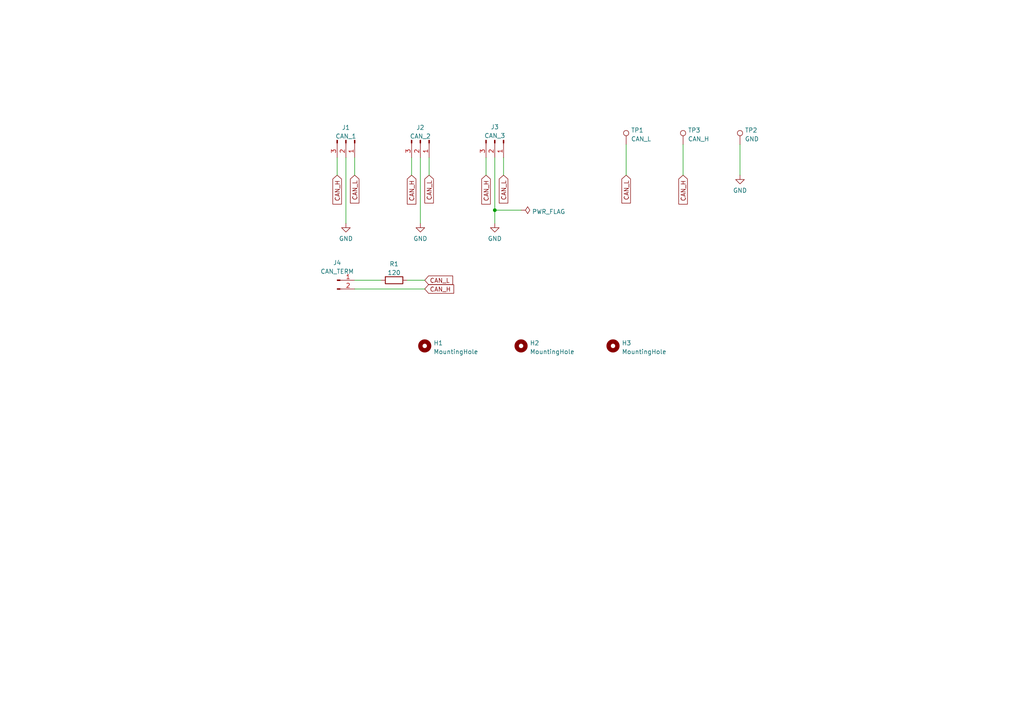
<source format=kicad_sch>
(kicad_sch (version 20211123) (generator eeschema)
  (paper "A4")
  (lib_symbols
    (symbol "Connector:Conn_01x02_Male" (pin_names (offset 1.016) hide)
      (property "Reference" "J" (at 0 2.54 0))
      (property "Value" "Conn_01x02_Male" (at 0 -5.08 0))
      (symbol "Conn_01x02_Male_1_1"
        (polyline (pts (xy 1.27 -2.54) (xy 0.8636 -2.54)) (stroke (width 0.1524)))
        (polyline (pts (xy 1.27 0) (xy 0.8636 0)) (stroke (width 0.1524)))
        (rectangle (start 0.8636 -2.413) (end 0 -2.667) (stroke (width 0.1524)) (fill (type outline)))
        (rectangle (start 0.8636 0.127) (end 0 -0.127) (stroke (width 0.1524)) (fill (type outline)))
        (pin passive line (at 5.08 0 180) (length 3.81) (name "Pin_1") (number "1"))
        (pin passive line (at 5.08 -2.54 180) (length 3.81) (name "Pin_2") (number "2"))
      )
    )
    (symbol "Connector:Conn_01x03_Male" (pin_names (offset 1.016) hide)
      (property "Reference" "J" (at 0 5.08 0))
      (property "Value" "Conn_01x03_Male" (at 0 -5.08 0))
      (symbol "Conn_01x03_Male_1_1"
        (polyline (pts (xy 1.27 -2.54) (xy 0.8636 -2.54)) (stroke (width 0.1524)))
        (polyline (pts (xy 1.27 0) (xy 0.8636 0)) (stroke (width 0.1524)))
        (polyline (pts (xy 1.27 2.54) (xy 0.8636 2.54)) (stroke (width 0.1524)))
        (rectangle (start 0.8636 -2.413) (end 0 -2.667) (stroke (width 0.1524)) (fill (type outline)))
        (rectangle (start 0.8636 0.127) (end 0 -0.127) (stroke (width 0.1524)) (fill (type outline)))
        (rectangle (start 0.8636 2.667) (end 0 2.413) (stroke (width 0.1524)) (fill (type outline)))
        (pin passive line (at 5.08 2.54 180) (length 3.81) (name "Pin_1") (number "1"))
        (pin passive line (at 5.08 0 180) (length 3.81) (name "Pin_2") (number "2"))
        (pin passive line (at 5.08 -2.54 180) (length 3.81) (name "Pin_3") (number "3"))
      )
    )
    (symbol "Connector:TestPoint" (pin_numbers hide) (pin_names (offset 0.762) hide)
      (property "Reference" "TP" (at 0 6.858 0))
      (property "Value" "TestPoint" (at 0 5.08 0))
      (symbol "TestPoint_0_1"
        (circle (center 0 3.302) (radius 0.762))
      )
      (symbol "TestPoint_1_1"
        (pin passive line (at 0 0 90) (length 2.54) (name "1") (number "1"))
      )
    )
    (symbol "Device:R" (pin_numbers hide) (pin_names (offset 0))
      (property "Reference" "R" (at 2.032 0 90))
      (property "Value" "R" (at 0 0 90))
      (symbol "R_0_1"
        (rectangle (start -1.016 -2.54) (end 1.016 2.54) (stroke (width 0.254)))
      )
      (symbol "R_1_1"
        (pin passive line (at 0 3.81 270) (length 1.27) (name "~") (number "1"))
        (pin passive line (at 0 -3.81 90) (length 1.27) (name "~") (number "2"))
      )
    )
    (symbol "Mechanical:MountingHole" (pin_names (offset 1.016))
      (property "Reference" "H" (at 0 5.08 0))
      (property "Value" "MountingHole" (at 0 3.175 0))
      (symbol "MountingHole_0_1"
        (circle (center 0 0) (radius 1.27) (stroke (width 1.27)))
      )
    )
    (symbol "power:GND" (power) (pin_names (offset 0))
      (property "Value" "GND" (at 0 -3.81 0))
      (symbol "GND_0_1"
        (polyline (pts (xy 0 0) (xy 0 -1.27) (xy 1.27 -1.27) (xy 0 -2.54) (xy -1.27 -1.27) (xy 0 -1.27)))
      )
      (symbol "GND_1_1"
        (pin power_in line (at 0 0 270) (length 0) hide (name "GND") (number "1"))
      )
    )
    (symbol "power:PWR_FLAG" (power) (pin_numbers hide) (pin_names (offset 0) hide)
      (property "Value" "PWR_FLAG" (at 0 3.81 0))
      (symbol "PWR_FLAG_0_0"
        (pin power_out line (at 0 0 90) (length 0) (name "pwr") (number "1"))
      )
      (symbol "PWR_FLAG_0_1"
        (polyline (pts (xy 0 0) (xy 0 1.27) (xy -1.016 1.905) (xy 0 2.54) (xy 1.016 1.905) (xy 0 1.27)))
      )
    )
  )
  (junction (at 143.51 60.96))
  (wire (pts (xy 214.63 41.91) (xy 214.63 50.8)))
  (wire (pts (xy 97.79 45.72) (xy 97.79 50.8)))
  (wire (pts (xy 100.33 45.72) (xy 100.33 64.77)))
  (wire (pts (xy 102.87 81.28) (xy 110.49 81.28)))
  (wire (pts (xy 143.51 45.72) (xy 143.51 60.96)))
  (wire (pts (xy 124.46 45.72) (xy 124.46 50.8)))
  (wire (pts (xy 181.61 41.91) (xy 181.61 50.8)))
  (wire (pts (xy 143.51 60.96) (xy 151.13 60.96)))
  (wire (pts (xy 102.87 83.82) (xy 123.19 83.82)))
  (wire (pts (xy 143.51 60.96) (xy 143.51 64.77)))
  (wire (pts (xy 198.12 41.91) (xy 198.12 50.8)))
  (wire (pts (xy 121.92 45.72) (xy 121.92 64.77)))
  (wire (pts (xy 119.38 45.72) (xy 119.38 50.8)))
  (wire (pts (xy 146.05 45.72) (xy 146.05 50.8)))
  (wire (pts (xy 102.87 45.72) (xy 102.87 50.8)))
  (wire (pts (xy 140.97 45.72) (xy 140.97 50.8)))
  (wire (pts (xy 118.11 81.28) (xy 123.19 81.28)))
  (global_label "CAN_H" (shape input) (at 140.97 50.8 270) (property "Intersheet References" "${INTERSHEET_REFS}" (effects hide)))
  (global_label "CAN_H" (shape input) (at 198.12 50.8 270) (property "Intersheet References" "${INTERSHEET_REFS}" (effects hide)))
  (global_label "CAN_L" (shape input) (at 181.61 50.8 270) (property "Intersheet References" "${INTERSHEET_REFS}" (effects hide)))
  (global_label "CAN_L" (shape input) (at 146.05 50.8 270) (property "Intersheet References" "${INTERSHEET_REFS}" (effects hide)))
  (global_label "CAN_H" (shape input) (at 97.79 50.8 270) (property "Intersheet References" "${INTERSHEET_REFS}" (effects hide)))
  (global_label "CAN_L" (shape input) (at 124.46 50.8 270) (property "Intersheet References" "${INTERSHEET_REFS}" (effects hide)))
  (global_label "CAN_H" (shape input) (at 123.19 83.82 0) (property "Intersheet References" "${INTERSHEET_REFS}" (effects hide)))
  (global_label "CAN_L" (shape input) (at 102.87 50.8 270) (property "Intersheet References" "${INTERSHEET_REFS}" (effects hide)))
  (global_label "CAN_H" (shape input) (at 119.38 50.8 270) (property "Intersheet References" "${INTERSHEET_REFS}" (effects hide)))
  (global_label "CAN_L" (shape input) (at 123.19 81.28 0) (property "Intersheet References" "${INTERSHEET_REFS}" (effects hide)))
  (symbol (lib_id "Connector:Conn_01x03_Male") (at 143.51 40.64 270) (unit 1)
    (property "Reference" "J3" (at 143.51 36.83 90))
    (property "Value" "CAN_3" (at 143.51 39.37 90))
    (property "Footprint" "Connector_Molex:705510002" (effects hide))
  )
  (symbol (lib_id "Connector:TestPoint") (at 181.61 41.91 0) (unit 1)
    (property "Reference" "TP1" (at 183.007 37.7733 0) (effects (justify left)))
    (property "Value" "CAN_L" (at 183.007 40.3102 0) (effects (justify left)))
    (property "Footprint" "TestPoint:TestPoint_Pad_1.0x1.0mm" (effects hide))
  )
  (symbol (lib_id "Device:R") (at 114.3 81.28 90) (unit 1)
    (property "Reference" "R1" (at 114.3 76.5642 90))
    (property "Value" "120" (at 114.3 79.1011 90))
    (property "Footprint" "Resistor_SMD:R_0805_2012Metric" (effects hide))
  )
  (symbol (lib_id "Connector:Conn_01x03_Male") (at 100.33 40.64 270) (unit 1)
    (property "Reference" "J1" (at 100.33 36.991 90))
    (property "Value" "CAN_1" (at 100.33 39.5279 90))
    (property "Footprint" "Connector_Molex:705510002" (effects hide))
  )
  (symbol (lib_id "Connector:TestPoint") (at 198.12 41.91 0) (unit 1)
    (property "Reference" "TP3" (at 199.517 37.7733 0) (effects (justify left)))
    (property "Value" "CAN_H" (at 199.517 40.3102 0) (effects (justify left)))
    (property "Footprint" "TestPoint:TestPoint_Pad_1.0x1.0mm" (effects hide))
  )
  (symbol (lib_id "Mechanical:MountingHole") (at 151.13 100.33 0) (unit 1)
    (property "Reference" "H2" (at 153.67 99.4953 0) (effects (justify left)))
    (property "Value" "MountingHole" (at 153.67 102.0322 0) (effects (justify left)))
    (property "Footprint" "MountingHole:MountingHole_3.2mm_M3" (effects hide))
  )
  (symbol (lib_id "Mechanical:MountingHole") (at 123.19 100.33 0) (unit 1)
    (property "Reference" "H1" (at 125.73 99.4953 0) (effects (justify left)))
    (property "Value" "MountingHole" (at 125.73 102.0322 0) (effects (justify left)))
    (property "Footprint" "MountingHole:MountingHole_3.2mm_M3" (effects hide))
  )
  (symbol (lib_id "power:GND") (at 100.33 64.77 0) (unit 1)
    (property "Reference" "#PWR0103" (effects hide))
    (property "Value" "GND" (at 100.33 69.2134 0))
  )
  (symbol (lib_id "Mechanical:MountingHole") (at 177.8 100.33 0) (unit 1)
    (property "Reference" "H3" (at 180.34 99.4953 0) (effects (justify left)))
    (property "Value" "MountingHole" (at 180.34 102.0322 0) (effects (justify left)))
    (property "Footprint" "MountingHole:MountingHole_3.2mm_M3" (effects hide))
  )
  (symbol (lib_id "Connector:Conn_01x02_Male") (at 97.79 81.28 0) (unit 1)
    (property "Reference" "J4" (at 97.79 76.2 0))
    (property "Value" "CAN_TERM" (at 97.79 78.74 0))
    (property "Footprint" "Connector_PinHeader_2.54mm:PinHeader_1x02_P2.54mm_Vertical" (effects hide))
  )
  (symbol (lib_id "Connector:TestPoint") (at 214.63 41.91 0) (unit 1)
    (property "Reference" "TP2" (at 216.027 37.7733 0) (effects (justify left)))
    (property "Value" "GND" (at 216.027 40.3102 0) (effects (justify left)))
    (property "Footprint" "TestPoint:TestPoint_Pad_1.0x1.0mm" (effects hide))
  )
  (symbol (lib_id "power:GND") (at 121.92 64.77 0) (unit 1)
    (property "Reference" "#PWR0101" (effects hide))
    (property "Value" "GND" (at 121.92 69.2134 0))
  )
  (symbol (lib_id "power:GND") (at 143.51 64.77 0) (unit 1)
    (property "Reference" "#PWR0102" (effects hide))
    (property "Value" "GND" (at 143.51 69.2134 0))
  )
  (symbol (lib_id "power:GND") (at 214.63 50.8 0) (unit 1)
    (property "Reference" "#PWR0104" (effects hide))
    (property "Value" "GND" (at 214.63 55.2434 0))
  )
  (symbol (lib_id "power:PWR_FLAG") (at 151.13 60.96 270) (unit 1)
    (property "Reference" "#FLG0101" (effects hide))
    (property "Value" "PWR_FLAG" (at 154.305 61.3938 90) (effects (justify left)))
  )
  (symbol (lib_id "Connector:Conn_01x03_Male") (at 121.92 40.64 270) (unit 1)
    (property "Reference" "J2" (at 121.92 36.991 90))
    (property "Value" "CAN_2" (at 121.92 39.5279 90))
    (property "Footprint" "Connector_Molex:705510002" (effects hide))
  )
)
</source>
